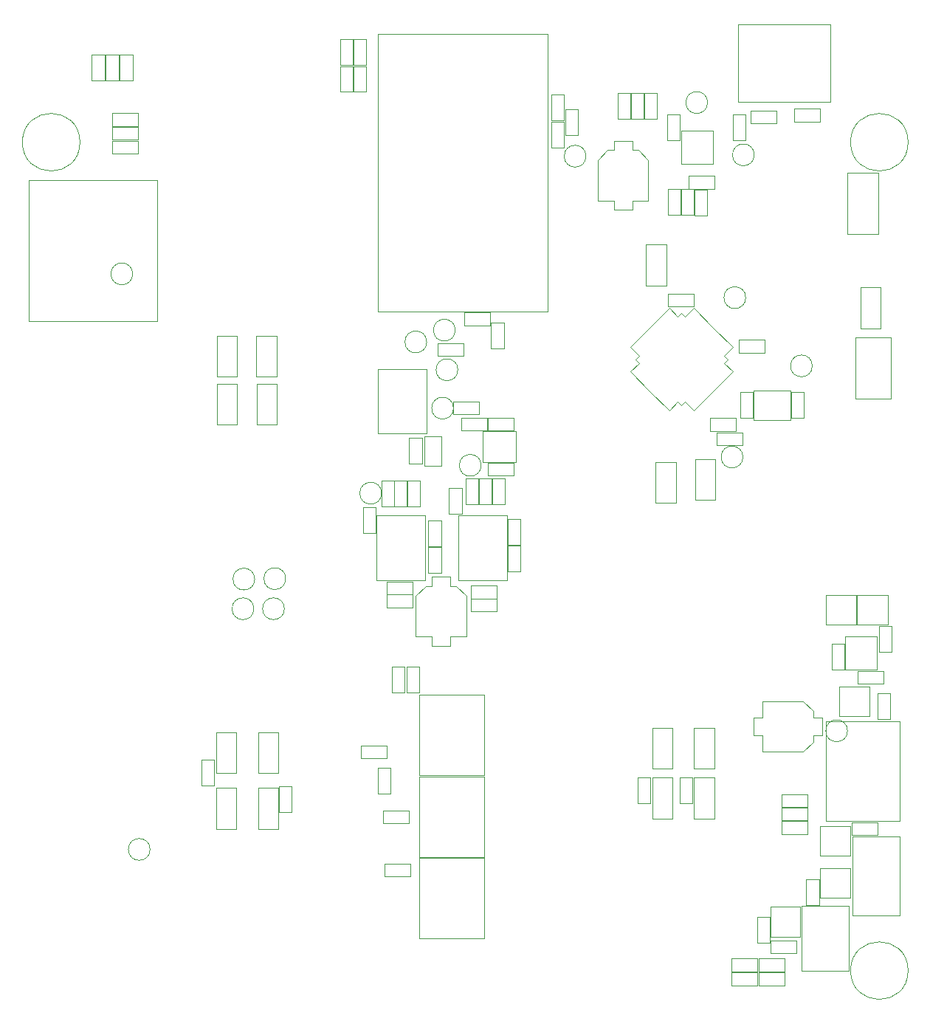
<source format=gbr>
G04 #@! TF.GenerationSoftware,KiCad,Pcbnew,(5.1.5)-3*
G04 #@! TF.CreationDate,2020-06-01T09:55:04+02:00*
G04 #@! TF.ProjectId,cz-badge-hardware,637a2d62-6164-4676-952d-686172647761,rev?*
G04 #@! TF.SameCoordinates,PX17d7840PY7735940*
G04 #@! TF.FileFunction,Other,User*
%FSLAX46Y46*%
G04 Gerber Fmt 4.6, Leading zero omitted, Abs format (unit mm)*
G04 Created by KiCad (PCBNEW (5.1.5)-3) date 2020-06-01 09:55:04*
%MOMM*%
%LPD*%
G04 APERTURE LIST*
%ADD10C,0.050000*%
%ADD11C,0.120000*%
G04 APERTURE END LIST*
D10*
X100800000Y2500000D02*
G75*
G03X100800000Y2500000I-3300000J0D01*
G01*
X100800000Y97500000D02*
G75*
G03X100800000Y97500000I-3300000J0D01*
G01*
X5803407Y97500000D02*
G75*
G03X5803407Y97500000I-3303407J0D01*
G01*
X93850000Y30000000D02*
G75*
G03X93850000Y30000000I-1250000J0D01*
G01*
X13850000Y16400000D02*
G75*
G03X13850000Y16400000I-1250000J0D01*
G01*
X11850000Y82400000D02*
G75*
G03X11850000Y82400000I-1250000J0D01*
G01*
X82170000Y79680000D02*
G75*
G03X82170000Y79680000I-1250000J0D01*
G01*
X89810000Y71850000D02*
G75*
G03X89810000Y71850000I-1250000J0D01*
G01*
X83150000Y96050000D02*
G75*
G03X83150000Y96050000I-1250000J0D01*
G01*
X77800000Y102050000D02*
G75*
G03X77800000Y102050000I-1250000J0D01*
G01*
X63850000Y95900000D02*
G75*
G03X63850000Y95900000I-1250000J0D01*
G01*
X94800000Y75100000D02*
X94800000Y68100000D01*
X94800000Y68100000D02*
X98800000Y68100000D01*
X98800000Y68100000D02*
X98800000Y75100000D01*
X98800000Y75100000D02*
X94800000Y75100000D01*
X29400000Y47450000D02*
G75*
G03X29400000Y47450000I-1250000J0D01*
G01*
X25850000Y47400000D02*
G75*
G03X25850000Y47400000I-1250000J0D01*
G01*
X25750000Y44000000D02*
G75*
G03X25750000Y44000000I-1250000J0D01*
G01*
X29250000Y44000000D02*
G75*
G03X29250000Y44000000I-1250000J0D01*
G01*
X38020000Y26870000D02*
X40980000Y26870000D01*
X38020000Y28330000D02*
X38020000Y26870000D01*
X40980000Y28330000D02*
X38020000Y28330000D01*
X40980000Y26870000D02*
X40980000Y28330000D01*
X40720000Y13270000D02*
X43680000Y13270000D01*
X40720000Y14730000D02*
X40720000Y13270000D01*
X43680000Y14730000D02*
X40720000Y14730000D01*
X43680000Y13270000D02*
X43680000Y14730000D01*
X43270000Y37380000D02*
X43270000Y34420000D01*
X44730000Y37380000D02*
X43270000Y37380000D01*
X44730000Y34420000D02*
X44730000Y37380000D01*
X43270000Y34420000D02*
X44730000Y34420000D01*
X55780000Y60780000D02*
X55780000Y64380000D01*
X51980000Y60780000D02*
X55780000Y60780000D01*
X51980000Y64380000D02*
X51980000Y60780000D01*
X55780000Y64380000D02*
X51980000Y64380000D01*
X49520000Y64470000D02*
X52480000Y64470000D01*
X49520000Y65930000D02*
X49520000Y64470000D01*
X52480000Y65930000D02*
X49520000Y65930000D01*
X52480000Y64470000D02*
X52480000Y65930000D01*
X55580000Y65930000D02*
X52620000Y65930000D01*
X55580000Y64470000D02*
X55580000Y65930000D01*
X52620000Y64470000D02*
X55580000Y64470000D01*
X52620000Y65930000D02*
X52620000Y64470000D01*
X55592500Y60730000D02*
X52632500Y60730000D01*
X55592500Y59270000D02*
X55592500Y60730000D01*
X52632500Y59270000D02*
X55592500Y59270000D01*
X52632500Y60730000D02*
X52632500Y59270000D01*
X48620000Y66270000D02*
X51580000Y66270000D01*
X48620000Y67730000D02*
X48620000Y66270000D01*
X51580000Y67730000D02*
X48620000Y67730000D01*
X51580000Y66270000D02*
X51580000Y67730000D01*
X52160000Y24900000D02*
X44750000Y24900000D01*
X52160000Y34100000D02*
X44750000Y34100000D01*
X44750000Y34100000D02*
X44750000Y24900000D01*
X52160000Y34100000D02*
X52160000Y24900000D01*
X52160000Y15550000D02*
X44750000Y15550000D01*
X52160000Y24750000D02*
X44750000Y24750000D01*
X44750000Y24750000D02*
X44750000Y15550000D01*
X52160000Y24750000D02*
X52160000Y15550000D01*
X52160000Y6200000D02*
X44750000Y6200000D01*
X52160000Y15400000D02*
X44750000Y15400000D01*
X44750000Y15400000D02*
X44750000Y6200000D01*
X52160000Y15400000D02*
X52160000Y6200000D01*
X41580000Y37326000D02*
X41580000Y34366000D01*
X43040000Y37326000D02*
X41580000Y37326000D01*
X43040000Y34366000D02*
X43040000Y37326000D01*
X41580000Y34366000D02*
X43040000Y34366000D01*
X39970000Y25780000D02*
X39970000Y22820000D01*
X41430000Y25780000D02*
X39970000Y25780000D01*
X41430000Y22820000D02*
X41430000Y25780000D01*
X39970000Y22820000D02*
X41430000Y22820000D01*
X40576000Y19368000D02*
X43536000Y19368000D01*
X40576000Y20828000D02*
X40576000Y19368000D01*
X43536000Y20828000D02*
X40576000Y20828000D01*
X43536000Y19368000D02*
X43536000Y20828000D01*
X69012000Y103112000D02*
X69012000Y100152000D01*
X70472000Y103112000D02*
X69012000Y103112000D01*
X70472000Y100152000D02*
X70472000Y103112000D01*
X69012000Y100152000D02*
X70472000Y100152000D01*
X71996000Y100152000D02*
X71996000Y103112000D01*
X70536000Y100152000D02*
X71996000Y100152000D01*
X70536000Y103112000D02*
X70536000Y100152000D01*
X71996000Y103112000D02*
X70536000Y103112000D01*
X68948000Y100152000D02*
X68948000Y103112000D01*
X67488000Y100152000D02*
X68948000Y100152000D01*
X67488000Y103112000D02*
X67488000Y100152000D01*
X68948000Y103112000D02*
X67488000Y103112000D01*
X49148000Y71406000D02*
G75*
G03X49148000Y71406000I-1250000J0D01*
G01*
D11*
X99850000Y8850000D02*
X98850000Y8850000D01*
X99850000Y17850000D02*
X99850000Y8850000D01*
X94450000Y17850000D02*
X99850000Y17850000D01*
X94450000Y8850000D02*
X94450000Y17850000D01*
X98850000Y8850000D02*
X94450000Y8850000D01*
D10*
X99850000Y31100000D02*
X99850000Y19700000D01*
X91350000Y31100000D02*
X99850000Y31100000D01*
X91350000Y19700000D02*
X91350000Y31100000D01*
X99850000Y19700000D02*
X91350000Y19700000D01*
X59450000Y109950000D02*
X39950000Y109950000D01*
X39950000Y78050000D02*
X39950000Y109950000D01*
X59450000Y78050000D02*
X39950000Y78050000D01*
X59450000Y109950000D02*
X59450000Y78050000D01*
X48250000Y47650000D02*
X48250000Y46600000D01*
X46150000Y47650000D02*
X48250000Y47650000D01*
X46150000Y46600000D02*
X46150000Y47650000D01*
X48250000Y46600000D02*
X48950000Y46600000D01*
X45450000Y46600000D02*
X46150000Y46600000D01*
X45450000Y46600000D02*
X44300000Y45450000D01*
X48950000Y46600000D02*
X50100000Y45450000D01*
X44300000Y45450000D02*
X44300000Y40800000D01*
X50100000Y45450000D02*
X50100000Y40800000D01*
X48250000Y40800000D02*
X50100000Y40800000D01*
X48250000Y39750000D02*
X48250000Y40800000D01*
X46150000Y39750000D02*
X48250000Y39750000D01*
X46150000Y40800000D02*
X46150000Y39750000D01*
X44300000Y40800000D02*
X46150000Y40800000D01*
X45575000Y74600000D02*
G75*
G03X45575000Y74600000I-1250000J0D01*
G01*
X48850000Y75950000D02*
G75*
G03X48850000Y75950000I-1250000J0D01*
G01*
X51820000Y60450000D02*
G75*
G03X51820000Y60450000I-1250000J0D01*
G01*
X40400000Y57250000D02*
G75*
G03X40400000Y57250000I-1250000J0D01*
G01*
X81850000Y61400000D02*
G75*
G03X81850000Y61400000I-1250000J0D01*
G01*
X48650000Y67000000D02*
G75*
G03X48650000Y67000000I-1250000J0D01*
G01*
X86332500Y21270000D02*
X89292500Y21270000D01*
X86332500Y22730000D02*
X86332500Y21270000D01*
X89292500Y22730000D02*
X86332500Y22730000D01*
X89292500Y21270000D02*
X89292500Y22730000D01*
X86320000Y18170000D02*
X89280000Y18170000D01*
X86320000Y19630000D02*
X86320000Y18170000D01*
X89280000Y19630000D02*
X86320000Y19630000D01*
X89280000Y18170000D02*
X89280000Y19630000D01*
X89280000Y21180000D02*
X86320000Y21180000D01*
X89280000Y19720000D02*
X89280000Y21180000D01*
X86320000Y19720000D02*
X89280000Y19720000D01*
X86320000Y21180000D02*
X86320000Y19720000D01*
X69150000Y97650000D02*
X69150000Y96600000D01*
X67050000Y97650000D02*
X69150000Y97650000D01*
X67050000Y96600000D02*
X67050000Y97650000D01*
X69150000Y96600000D02*
X69850000Y96600000D01*
X66350000Y96600000D02*
X67050000Y96600000D01*
X66350000Y96600000D02*
X65200000Y95450000D01*
X69850000Y96600000D02*
X71000000Y95450000D01*
X65200000Y95450000D02*
X65200000Y90800000D01*
X71000000Y95450000D02*
X71000000Y90800000D01*
X69150000Y90800000D02*
X71000000Y90800000D01*
X69150000Y89750000D02*
X69150000Y90800000D01*
X67050000Y89750000D02*
X69150000Y89750000D01*
X67050000Y90800000D02*
X67050000Y89750000D01*
X65200000Y90800000D02*
X67050000Y90800000D01*
X90950000Y29450000D02*
X89900000Y29450000D01*
X90950000Y31550000D02*
X90950000Y29450000D01*
X89900000Y31550000D02*
X90950000Y31550000D01*
X89900000Y29450000D02*
X89900000Y28750000D01*
X89900000Y32250000D02*
X89900000Y31550000D01*
X89900000Y32250000D02*
X88750000Y33400000D01*
X89900000Y28750000D02*
X88750000Y27600000D01*
X88750000Y33400000D02*
X84100000Y33400000D01*
X88750000Y27600000D02*
X84100000Y27600000D01*
X84100000Y29450000D02*
X84100000Y27600000D01*
X83050000Y29450000D02*
X84100000Y29450000D01*
X83050000Y31550000D02*
X83050000Y29450000D01*
X84100000Y31550000D02*
X83050000Y31550000D01*
X84100000Y33400000D02*
X84100000Y31550000D01*
X74800000Y95000000D02*
X78400000Y95000000D01*
X74800000Y98800000D02*
X74800000Y95000000D01*
X78400000Y98800000D02*
X74800000Y98800000D01*
X78400000Y95000000D02*
X78400000Y98800000D01*
X93600000Y40800000D02*
X97200000Y40800000D01*
X97200000Y40800000D02*
X97200000Y37000000D01*
X97200000Y37000000D02*
X93600000Y37000000D01*
X93600000Y37000000D02*
X93600000Y40800000D01*
X88600000Y2500000D02*
X88600000Y9900000D01*
X94000000Y2500000D02*
X88600000Y2500000D01*
X94000000Y9900000D02*
X94000000Y2500000D01*
X88600000Y9900000D02*
X94000000Y9900000D01*
X98930000Y39020000D02*
X98930000Y41980000D01*
X97470000Y39020000D02*
X98930000Y39020000D01*
X97470000Y41980000D02*
X97470000Y39020000D01*
X98930000Y41980000D02*
X97470000Y41980000D01*
X97980000Y36830000D02*
X95020000Y36830000D01*
X97980000Y35370000D02*
X97980000Y36830000D01*
X95020000Y35370000D02*
X97980000Y35370000D01*
X95020000Y36830000D02*
X95020000Y35370000D01*
X97270000Y34280000D02*
X97270000Y31320000D01*
X98730000Y34280000D02*
X97270000Y34280000D01*
X98730000Y31320000D02*
X98730000Y34280000D01*
X97270000Y31320000D02*
X98730000Y31320000D01*
X97330000Y19530000D02*
X94370000Y19530000D01*
X97330000Y18070000D02*
X97330000Y19530000D01*
X94370000Y18070000D02*
X97330000Y18070000D01*
X94370000Y19530000D02*
X94370000Y18070000D01*
X89120000Y12980000D02*
X89120000Y10020000D01*
X90580000Y12980000D02*
X89120000Y12980000D01*
X90580000Y10020000D02*
X90580000Y12980000D01*
X89120000Y10020000D02*
X90580000Y10020000D01*
X83670000Y2420000D02*
X86630000Y2420000D01*
X83670000Y3880000D02*
X83670000Y2420000D01*
X86630000Y3880000D02*
X83670000Y3880000D01*
X86630000Y2420000D02*
X86630000Y3880000D01*
X83670000Y820000D02*
X86630000Y820000D01*
X83670000Y2280000D02*
X83670000Y820000D01*
X86630000Y2280000D02*
X83670000Y2280000D01*
X86630000Y820000D02*
X86630000Y2280000D01*
X87980000Y5930000D02*
X85020000Y5930000D01*
X87980000Y4470000D02*
X87980000Y5930000D01*
X85020000Y4470000D02*
X87980000Y4470000D01*
X85020000Y5930000D02*
X85020000Y4470000D01*
X84930000Y5720000D02*
X84930000Y8680000D01*
X83470000Y5720000D02*
X84930000Y5720000D01*
X83470000Y8680000D02*
X83470000Y5720000D01*
X84930000Y8680000D02*
X83470000Y8680000D01*
X94950000Y42200000D02*
X98450000Y42200000D01*
X94950000Y45600000D02*
X94950000Y42200000D01*
X98450000Y45600000D02*
X94950000Y45600000D01*
X98450000Y42200000D02*
X98450000Y45600000D01*
X91350000Y42200000D02*
X94850000Y42200000D01*
X91350000Y45600000D02*
X91350000Y42200000D01*
X94850000Y45600000D02*
X91350000Y45600000D01*
X94850000Y42200000D02*
X94850000Y45600000D01*
X90700000Y10850000D02*
X94200000Y10850000D01*
X90700000Y14250000D02*
X90700000Y10850000D01*
X94200000Y14250000D02*
X90700000Y14250000D01*
X94200000Y10850000D02*
X94200000Y14250000D01*
X92900000Y31700000D02*
X96400000Y31700000D01*
X92900000Y35100000D02*
X92900000Y31700000D01*
X96400000Y35100000D02*
X92900000Y35100000D01*
X96400000Y31700000D02*
X96400000Y35100000D01*
X90700000Y15700000D02*
X94200000Y15700000D01*
X90700000Y19100000D02*
X90700000Y15700000D01*
X94200000Y19100000D02*
X90700000Y19100000D01*
X94200000Y15700000D02*
X94200000Y19100000D01*
X85000000Y9850000D02*
X85000000Y6350000D01*
X88400000Y9850000D02*
X85000000Y9850000D01*
X88400000Y6350000D02*
X88400000Y9850000D01*
X85000000Y6350000D02*
X88400000Y6350000D01*
X93850000Y87000000D02*
X97350000Y87000000D01*
X93850000Y94000000D02*
X93850000Y87000000D01*
X97350000Y94000000D02*
X93850000Y94000000D01*
X97350000Y87000000D02*
X97350000Y94000000D01*
X80570000Y2420000D02*
X83530000Y2420000D01*
X80570000Y3880000D02*
X80570000Y2420000D01*
X83530000Y3880000D02*
X80570000Y3880000D01*
X83530000Y2420000D02*
X83530000Y3880000D01*
X80570000Y820000D02*
X83530000Y820000D01*
X80570000Y2280000D02*
X80570000Y820000D01*
X83530000Y2280000D02*
X80570000Y2280000D01*
X83530000Y820000D02*
X83530000Y2280000D01*
X74630000Y97720000D02*
X74630000Y100680000D01*
X73170000Y97720000D02*
X74630000Y97720000D01*
X73170000Y100680000D02*
X73170000Y97720000D01*
X74630000Y100680000D02*
X73170000Y100680000D01*
X78580000Y93630000D02*
X75620000Y93630000D01*
X78580000Y92170000D02*
X78580000Y93630000D01*
X75620000Y92170000D02*
X78580000Y92170000D01*
X75620000Y93630000D02*
X75620000Y92170000D01*
X93530000Y37020000D02*
X93530000Y39980000D01*
X92070000Y37020000D02*
X93530000Y37020000D01*
X92070000Y39980000D02*
X92070000Y37020000D01*
X93530000Y39980000D02*
X92070000Y39980000D01*
X7170000Y107530000D02*
X7170000Y104570000D01*
X8630000Y107530000D02*
X7170000Y107530000D01*
X8630000Y104570000D02*
X8630000Y107530000D01*
X7170000Y104570000D02*
X8630000Y104570000D01*
X12430000Y97630000D02*
X9470000Y97630000D01*
X12430000Y96170000D02*
X12430000Y97630000D01*
X9470000Y96170000D02*
X12430000Y96170000D01*
X9470000Y97630000D02*
X9470000Y96170000D01*
X8770000Y107530000D02*
X8770000Y104570000D01*
X10230000Y107530000D02*
X8770000Y107530000D01*
X10230000Y104570000D02*
X10230000Y107530000D01*
X8770000Y104570000D02*
X10230000Y104570000D01*
X10370000Y107530000D02*
X10370000Y104570000D01*
X11830000Y107530000D02*
X10370000Y107530000D01*
X11830000Y104570000D02*
X11830000Y107530000D01*
X10370000Y104570000D02*
X11830000Y104570000D01*
X12430000Y100830000D02*
X9470000Y100830000D01*
X12430000Y99370000D02*
X12430000Y100830000D01*
X9470000Y99370000D02*
X12430000Y99370000D01*
X9470000Y100830000D02*
X9470000Y99370000D01*
X12430000Y99230000D02*
X9470000Y99230000D01*
X12430000Y97770000D02*
X12430000Y99230000D01*
X9470000Y97770000D02*
X12430000Y97770000D01*
X9470000Y99230000D02*
X9470000Y97770000D01*
X52880000Y77955000D02*
X49920000Y77955000D01*
X52880000Y76495000D02*
X52880000Y77955000D01*
X49920000Y76495000D02*
X52880000Y76495000D01*
X49920000Y77955000D02*
X49920000Y76495000D01*
X52970000Y76830000D02*
X52970000Y73870000D01*
X54430000Y76830000D02*
X52970000Y76830000D01*
X54430000Y73870000D02*
X54430000Y76830000D01*
X52970000Y73870000D02*
X54430000Y73870000D01*
X90680000Y101330000D02*
X87720000Y101330000D01*
X90680000Y99870000D02*
X90680000Y101330000D01*
X87720000Y99870000D02*
X90680000Y99870000D01*
X87720000Y101330000D02*
X87720000Y99870000D01*
X68931014Y74014214D02*
X71158400Y76241600D01*
X69920963Y73024264D02*
X68931014Y74014214D01*
X69496699Y72600000D02*
X69920963Y73024264D01*
X69920963Y72175736D02*
X69496699Y72600000D01*
X68931014Y71185786D02*
X69920963Y72175736D01*
X71158400Y68958400D02*
X68931014Y71185786D01*
X76214214Y66731014D02*
X78441600Y68958400D01*
X75224264Y67720963D02*
X76214214Y66731014D01*
X74800000Y67296699D02*
X75224264Y67720963D01*
X74375736Y67720963D02*
X74800000Y67296699D01*
X73385786Y66731014D02*
X74375736Y67720963D01*
X71158400Y68958400D02*
X73385786Y66731014D01*
X73385786Y78468986D02*
X71158400Y76241600D01*
X74375736Y77479037D02*
X73385786Y78468986D01*
X74800000Y77903301D02*
X74375736Y77479037D01*
X75224264Y77479037D02*
X74800000Y77903301D01*
X76214214Y78468986D02*
X75224264Y77479037D01*
X78441600Y76241600D02*
X76214214Y78468986D01*
X80668986Y71185786D02*
X78441600Y68958400D01*
X79679037Y72175736D02*
X80668986Y71185786D01*
X80103301Y72600000D02*
X79679037Y72175736D01*
X79679037Y73024264D02*
X80103301Y72600000D01*
X80668986Y74014214D02*
X79679037Y73024264D01*
X78441600Y76241600D02*
X80668986Y74014214D01*
X83100000Y69050000D02*
X87300000Y69050000D01*
X83100000Y65650000D02*
X83100000Y69050000D01*
X87300000Y65650000D02*
X83100000Y65650000D01*
X87300000Y69050000D02*
X87300000Y65650000D01*
X82130000Y97720000D02*
X82130000Y100680000D01*
X80670000Y97720000D02*
X82130000Y97720000D01*
X80670000Y100680000D02*
X80670000Y97720000D01*
X82130000Y100680000D02*
X80670000Y100680000D01*
X81780000Y64230000D02*
X78820000Y64230000D01*
X81780000Y62770000D02*
X81780000Y64230000D01*
X78820000Y62770000D02*
X81780000Y62770000D01*
X78820000Y64230000D02*
X78820000Y62770000D01*
X49805000Y74455000D02*
X46845000Y74455000D01*
X49805000Y72995000D02*
X49805000Y74455000D01*
X46845000Y72995000D02*
X49805000Y72995000D01*
X46845000Y74455000D02*
X46845000Y72995000D01*
X61470000Y101280000D02*
X61470000Y98320000D01*
X62930000Y101280000D02*
X61470000Y101280000D01*
X62930000Y98320000D02*
X62930000Y101280000D01*
X61470000Y98320000D02*
X62930000Y98320000D01*
X73270000Y78670000D02*
X76230000Y78670000D01*
X73270000Y80130000D02*
X73270000Y78670000D01*
X76230000Y80130000D02*
X73270000Y80130000D01*
X76230000Y78670000D02*
X76230000Y80130000D01*
X81030000Y65855000D02*
X78070000Y65855000D01*
X81030000Y64395000D02*
X81030000Y65855000D01*
X78070000Y64395000D02*
X81030000Y64395000D01*
X78070000Y65855000D02*
X78070000Y64395000D01*
X84380000Y74830000D02*
X81420000Y74830000D01*
X84380000Y73370000D02*
X84380000Y74830000D01*
X81420000Y73370000D02*
X84380000Y73370000D01*
X81420000Y74830000D02*
X81420000Y73370000D01*
X83030000Y65920000D02*
X83030000Y68880000D01*
X81570000Y65920000D02*
X83030000Y65920000D01*
X81570000Y68880000D02*
X81570000Y65920000D01*
X83030000Y68880000D02*
X81570000Y68880000D01*
X87370000Y68880000D02*
X87370000Y65920000D01*
X88830000Y68880000D02*
X87370000Y68880000D01*
X88830000Y65920000D02*
X88830000Y68880000D01*
X87370000Y65920000D02*
X88830000Y65920000D01*
X50670000Y43670000D02*
X53630000Y43670000D01*
X50670000Y45130000D02*
X50670000Y43670000D01*
X53630000Y45130000D02*
X50670000Y45130000D01*
X53630000Y43670000D02*
X53630000Y45130000D01*
X40970000Y44170000D02*
X43930000Y44170000D01*
X40970000Y45630000D02*
X40970000Y44170000D01*
X43930000Y45630000D02*
X40970000Y45630000D01*
X43930000Y44170000D02*
X43930000Y45630000D01*
X85680000Y101130000D02*
X82720000Y101130000D01*
X85680000Y99670000D02*
X85680000Y101130000D01*
X82720000Y99670000D02*
X85680000Y99670000D01*
X82720000Y101130000D02*
X82720000Y99670000D01*
X-50000Y93180000D02*
X14650000Y93180000D01*
X14650000Y77020000D02*
X14650000Y93180000D01*
X-50000Y77020000D02*
X-50000Y93180000D01*
X-50000Y77020000D02*
X14650000Y77020000D01*
X49220000Y47300000D02*
X49220000Y54700000D01*
X54780000Y47300000D02*
X49220000Y47300000D01*
X54780000Y54700000D02*
X54780000Y47300000D01*
X49220000Y54700000D02*
X54780000Y54700000D01*
X40020000Y64100000D02*
X40020000Y71500000D01*
X45580000Y64100000D02*
X40020000Y64100000D01*
X45580000Y71500000D02*
X45580000Y64100000D01*
X40020000Y71500000D02*
X45580000Y71500000D01*
X39820000Y47300000D02*
X39820000Y54700000D01*
X45380000Y47300000D02*
X39820000Y47300000D01*
X45380000Y54700000D02*
X45380000Y47300000D01*
X39820000Y54700000D02*
X45380000Y54700000D01*
X54870000Y51280000D02*
X54870000Y48320000D01*
X56330000Y51280000D02*
X54870000Y51280000D01*
X56330000Y48320000D02*
X56330000Y51280000D01*
X54870000Y48320000D02*
X56330000Y48320000D01*
X54870000Y54280000D02*
X54870000Y51320000D01*
X56330000Y54280000D02*
X54870000Y54280000D01*
X56330000Y51320000D02*
X56330000Y54280000D01*
X54870000Y51320000D02*
X56330000Y51320000D01*
X53070000Y58930000D02*
X53070000Y55970000D01*
X54530000Y58930000D02*
X53070000Y58930000D01*
X54530000Y55970000D02*
X54530000Y58930000D01*
X53070000Y55970000D02*
X54530000Y55970000D01*
X53030000Y55970000D02*
X53030000Y58930000D01*
X51570000Y55970000D02*
X53030000Y55970000D01*
X51570000Y58930000D02*
X51570000Y55970000D01*
X53030000Y58930000D02*
X51570000Y58930000D01*
X45770000Y51080000D02*
X45770000Y48120000D01*
X47230000Y51080000D02*
X45770000Y51080000D01*
X47230000Y48120000D02*
X47230000Y51080000D01*
X45770000Y48120000D02*
X47230000Y48120000D01*
X45770000Y54080000D02*
X45770000Y51120000D01*
X47230000Y54080000D02*
X45770000Y54080000D01*
X47230000Y51120000D02*
X47230000Y54080000D01*
X45770000Y51120000D02*
X47230000Y51120000D01*
X43370000Y58680000D02*
X43370000Y55720000D01*
X44830000Y58680000D02*
X43370000Y58680000D01*
X44830000Y55720000D02*
X44830000Y58680000D01*
X43370000Y55720000D02*
X44830000Y55720000D01*
X43310000Y55720000D02*
X43310000Y58680000D01*
X41850000Y55720000D02*
X43310000Y55720000D01*
X41850000Y58680000D02*
X41850000Y55720000D01*
X43310000Y58680000D02*
X41850000Y58680000D01*
X48145000Y57830000D02*
X48145000Y54870000D01*
X49605000Y57830000D02*
X48145000Y57830000D01*
X49605000Y54870000D02*
X49605000Y57830000D01*
X48145000Y54870000D02*
X49605000Y54870000D01*
X50670000Y45170000D02*
X53630000Y45170000D01*
X50670000Y46630000D02*
X50670000Y45170000D01*
X53630000Y46630000D02*
X50670000Y46630000D01*
X53630000Y45170000D02*
X53630000Y46630000D01*
X45030000Y60620000D02*
X45030000Y63580000D01*
X43570000Y60620000D02*
X45030000Y60620000D01*
X43570000Y63580000D02*
X43570000Y60620000D01*
X45030000Y63580000D02*
X43570000Y63580000D01*
X47250000Y60420000D02*
X47250000Y63780000D01*
X45350000Y60420000D02*
X47250000Y60420000D01*
X45350000Y63780000D02*
X45350000Y60420000D01*
X47250000Y63780000D02*
X45350000Y63780000D01*
X50060000Y58930000D02*
X50060000Y55970000D01*
X51520000Y58930000D02*
X50060000Y58930000D01*
X51520000Y55970000D02*
X51520000Y58930000D01*
X50060000Y55970000D02*
X51520000Y55970000D01*
X40370000Y58680000D02*
X40370000Y55720000D01*
X41830000Y58680000D02*
X40370000Y58680000D01*
X41830000Y55720000D02*
X41830000Y58680000D01*
X40370000Y55720000D02*
X41830000Y55720000D01*
X40970000Y45670000D02*
X43930000Y45670000D01*
X40970000Y47130000D02*
X40970000Y45670000D01*
X43930000Y47130000D02*
X40970000Y47130000D01*
X43930000Y45670000D02*
X43930000Y47130000D01*
X38270000Y55680000D02*
X38270000Y52720000D01*
X39730000Y55680000D02*
X38270000Y55680000D01*
X39730000Y52720000D02*
X39730000Y55680000D01*
X38270000Y52720000D02*
X39730000Y52720000D01*
X76250000Y24650000D02*
X78550000Y24650000D01*
X78550000Y19950000D02*
X78550000Y24650000D01*
X76250000Y19950000D02*
X78550000Y19950000D01*
X76250000Y24650000D02*
X76250000Y19950000D01*
X71450000Y24650000D02*
X73750000Y24650000D01*
X73750000Y19950000D02*
X73750000Y24650000D01*
X71450000Y19950000D02*
X73750000Y19950000D01*
X71450000Y24650000D02*
X71450000Y19950000D01*
X26250000Y23450000D02*
X28550000Y23450000D01*
X28550000Y18750000D02*
X28550000Y23450000D01*
X26250000Y18750000D02*
X28550000Y18750000D01*
X26250000Y23450000D02*
X26250000Y18750000D01*
X21450000Y23450000D02*
X23750000Y23450000D01*
X23750000Y18750000D02*
X23750000Y23450000D01*
X21450000Y18750000D02*
X23750000Y18750000D01*
X21450000Y23450000D02*
X21450000Y18750000D01*
X78550000Y25650000D02*
X76250000Y25650000D01*
X76250000Y30350000D02*
X76250000Y25650000D01*
X78550000Y30350000D02*
X76250000Y30350000D01*
X78550000Y25650000D02*
X78550000Y30350000D01*
X73750000Y25650000D02*
X71450000Y25650000D01*
X71450000Y30350000D02*
X71450000Y25650000D01*
X73750000Y30350000D02*
X71450000Y30350000D01*
X73750000Y25650000D02*
X73750000Y30350000D01*
X28550000Y25150000D02*
X26250000Y25150000D01*
X26250000Y29850000D02*
X26250000Y25150000D01*
X28550000Y29850000D02*
X26250000Y29850000D01*
X28550000Y25150000D02*
X28550000Y29850000D01*
X23750000Y25150000D02*
X21450000Y25150000D01*
X21450000Y29850000D02*
X21450000Y25150000D01*
X23750000Y29850000D02*
X21450000Y29850000D01*
X23750000Y25150000D02*
X23750000Y29850000D01*
X78700000Y56450000D02*
X76400000Y56450000D01*
X76400000Y61150000D02*
X76400000Y56450000D01*
X78700000Y61150000D02*
X76400000Y61150000D01*
X78700000Y56450000D02*
X78700000Y61150000D01*
X74150000Y56150000D02*
X71850000Y56150000D01*
X71850000Y60850000D02*
X71850000Y56150000D01*
X74150000Y60850000D02*
X71850000Y60850000D01*
X74150000Y56150000D02*
X74150000Y60850000D01*
X26080000Y69800000D02*
X28380000Y69800000D01*
X28380000Y65100000D02*
X28380000Y69800000D01*
X26080000Y65100000D02*
X28380000Y65100000D01*
X26080000Y69800000D02*
X26080000Y65100000D01*
X21510000Y69810000D02*
X23810000Y69810000D01*
X23810000Y65110000D02*
X23810000Y69810000D01*
X21510000Y65110000D02*
X23810000Y65110000D01*
X21510000Y69810000D02*
X21510000Y65110000D01*
X97650000Y76150000D02*
X95350000Y76150000D01*
X95350000Y80850000D02*
X95350000Y76150000D01*
X97650000Y80850000D02*
X95350000Y80850000D01*
X97650000Y76150000D02*
X97650000Y80850000D01*
X73050000Y81050000D02*
X70750000Y81050000D01*
X70750000Y85750000D02*
X70750000Y81050000D01*
X73050000Y85750000D02*
X70750000Y85750000D01*
X73050000Y81050000D02*
X73050000Y85750000D01*
X28340000Y70610000D02*
X26040000Y70610000D01*
X26040000Y75310000D02*
X26040000Y70610000D01*
X28340000Y75310000D02*
X26040000Y75310000D01*
X28340000Y70610000D02*
X28340000Y75310000D01*
X23800000Y70620000D02*
X21500000Y70620000D01*
X21500000Y75320000D02*
X21500000Y70620000D01*
X23800000Y75320000D02*
X21500000Y75320000D01*
X23800000Y70620000D02*
X23800000Y75320000D01*
X74770000Y92095000D02*
X74770000Y89135000D01*
X76230000Y92095000D02*
X74770000Y92095000D01*
X76230000Y89135000D02*
X76230000Y92095000D01*
X74770000Y89135000D02*
X76230000Y89135000D01*
X77730000Y89120000D02*
X77730000Y92080000D01*
X76270000Y89120000D02*
X77730000Y89120000D01*
X76270000Y92080000D02*
X76270000Y89120000D01*
X77730000Y92080000D02*
X76270000Y92080000D01*
X37080000Y103270000D02*
X37080000Y106230000D01*
X35620000Y103270000D02*
X37080000Y103270000D01*
X35620000Y106230000D02*
X35620000Y103270000D01*
X37080000Y106230000D02*
X35620000Y106230000D01*
X37170000Y106230000D02*
X37170000Y103270000D01*
X38630000Y106230000D02*
X37170000Y106230000D01*
X38630000Y103270000D02*
X38630000Y106230000D01*
X37170000Y103270000D02*
X38630000Y103270000D01*
X35620000Y109330000D02*
X35620000Y106370000D01*
X37080000Y109330000D02*
X35620000Y109330000D01*
X37080000Y106370000D02*
X37080000Y109330000D01*
X35620000Y106370000D02*
X37080000Y106370000D01*
X37170000Y109330000D02*
X37170000Y106370000D01*
X38630000Y109330000D02*
X37170000Y109330000D01*
X38630000Y106370000D02*
X38630000Y109330000D01*
X37170000Y106370000D02*
X38630000Y106370000D01*
X74730000Y89145000D02*
X74730000Y92105000D01*
X73270000Y89145000D02*
X74730000Y89145000D01*
X73270000Y92105000D02*
X73270000Y89145000D01*
X74730000Y92105000D02*
X73270000Y92105000D01*
X59870000Y102967500D02*
X59870000Y100007500D01*
X61330000Y102967500D02*
X59870000Y102967500D01*
X61330000Y100007500D02*
X61330000Y102967500D01*
X59870000Y100007500D02*
X61330000Y100007500D01*
X61355000Y96845000D02*
X61355000Y99805000D01*
X59895000Y96845000D02*
X61355000Y96845000D01*
X59895000Y99805000D02*
X59895000Y96845000D01*
X61355000Y99805000D02*
X59895000Y99805000D01*
X76060000Y21691500D02*
X76060000Y24651500D01*
X74600000Y21691500D02*
X76060000Y21691500D01*
X74600000Y24651500D02*
X74600000Y21691500D01*
X76060000Y24651500D02*
X74600000Y24651500D01*
X71234000Y21666000D02*
X71234000Y24626000D01*
X69774000Y21666000D02*
X71234000Y21666000D01*
X69774000Y24626000D02*
X69774000Y21666000D01*
X71234000Y24626000D02*
X69774000Y24626000D01*
X30086000Y20650000D02*
X30086000Y23610000D01*
X28626000Y20650000D02*
X30086000Y20650000D01*
X28626000Y23610000D02*
X28626000Y20650000D01*
X30086000Y23610000D02*
X28626000Y23610000D01*
X21196000Y23698000D02*
X21196000Y26658000D01*
X19736000Y23698000D02*
X21196000Y23698000D01*
X19736000Y26658000D02*
X19736000Y23698000D01*
X21196000Y26658000D02*
X19736000Y26658000D01*
X81330000Y111040000D02*
X91870000Y111040000D01*
X81330000Y102110000D02*
X81330000Y111040000D01*
X91870000Y102110000D02*
X81330000Y102110000D01*
X91870000Y111040000D02*
X91870000Y102110000D01*
M02*

</source>
